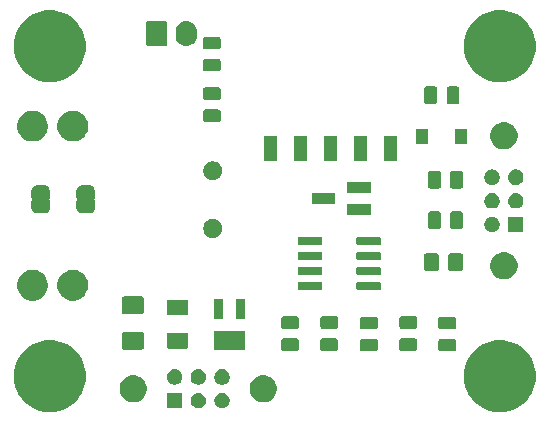
<source format=gbs>
G04 #@! TF.GenerationSoftware,KiCad,Pcbnew,(5.1.6)-1*
G04 #@! TF.CreationDate,2021-02-16T04:26:28-05:00*
G04 #@! TF.ProjectId,vent,76656e74-2e6b-4696-9361-645f70636258,rev?*
G04 #@! TF.SameCoordinates,Original*
G04 #@! TF.FileFunction,Soldermask,Bot*
G04 #@! TF.FilePolarity,Negative*
%FSLAX46Y46*%
G04 Gerber Fmt 4.6, Leading zero omitted, Abs format (unit mm)*
G04 Created by KiCad (PCBNEW (5.1.6)-1) date 2021-02-16 04:26:28*
%MOMM*%
%LPD*%
G01*
G04 APERTURE LIST*
%ADD10C,0.100000*%
G04 APERTURE END LIST*
D10*
G36*
X148209943Y-129146248D02*
G01*
X148765189Y-129376238D01*
X148765190Y-129376239D01*
X149264899Y-129710134D01*
X149689866Y-130135101D01*
X149689867Y-130135103D01*
X150023762Y-130634811D01*
X150253752Y-131190057D01*
X150371000Y-131779501D01*
X150371000Y-132380499D01*
X150253752Y-132969943D01*
X150023762Y-133525189D01*
X150004584Y-133553891D01*
X149689866Y-134024899D01*
X149264899Y-134449866D01*
X149013347Y-134617948D01*
X148765189Y-134783762D01*
X148209943Y-135013752D01*
X147620499Y-135131000D01*
X147019501Y-135131000D01*
X146430057Y-135013752D01*
X145874811Y-134783762D01*
X145626653Y-134617948D01*
X145375101Y-134449866D01*
X144950134Y-134024899D01*
X144635416Y-133553891D01*
X144616238Y-133525189D01*
X144386248Y-132969943D01*
X144269000Y-132380499D01*
X144269000Y-131779501D01*
X144386248Y-131190057D01*
X144616238Y-130634811D01*
X144950133Y-130135103D01*
X144950134Y-130135101D01*
X145375101Y-129710134D01*
X145874810Y-129376239D01*
X145874811Y-129376238D01*
X146430057Y-129146248D01*
X147019501Y-129029000D01*
X147620499Y-129029000D01*
X148209943Y-129146248D01*
G37*
G36*
X110109943Y-129146248D02*
G01*
X110665189Y-129376238D01*
X110665190Y-129376239D01*
X111164899Y-129710134D01*
X111589866Y-130135101D01*
X111589867Y-130135103D01*
X111923762Y-130634811D01*
X112153752Y-131190057D01*
X112271000Y-131779501D01*
X112271000Y-132380499D01*
X112153752Y-132969943D01*
X111923762Y-133525189D01*
X111904584Y-133553891D01*
X111589866Y-134024899D01*
X111164899Y-134449866D01*
X110913347Y-134617948D01*
X110665189Y-134783762D01*
X110109943Y-135013752D01*
X109520499Y-135131000D01*
X108919501Y-135131000D01*
X108330057Y-135013752D01*
X107774811Y-134783762D01*
X107526653Y-134617948D01*
X107275101Y-134449866D01*
X106850134Y-134024899D01*
X106535416Y-133553891D01*
X106516238Y-133525189D01*
X106286248Y-132969943D01*
X106169000Y-132380499D01*
X106169000Y-131779501D01*
X106286248Y-131190057D01*
X106516238Y-130634811D01*
X106850133Y-130135103D01*
X106850134Y-130135101D01*
X107275101Y-129710134D01*
X107774810Y-129376239D01*
X107774811Y-129376238D01*
X108330057Y-129146248D01*
X108919501Y-129029000D01*
X109520499Y-129029000D01*
X110109943Y-129146248D01*
G37*
G36*
X120450600Y-134781800D02*
G01*
X119148600Y-134781800D01*
X119148600Y-133479800D01*
X120450600Y-133479800D01*
X120450600Y-134781800D01*
G37*
G36*
X121989490Y-133504817D02*
G01*
X122107964Y-133553891D01*
X122214588Y-133625135D01*
X122305265Y-133715812D01*
X122376509Y-133822436D01*
X122425583Y-133940910D01*
X122450600Y-134066682D01*
X122450600Y-134194918D01*
X122425583Y-134320690D01*
X122376509Y-134439164D01*
X122305265Y-134545788D01*
X122214588Y-134636465D01*
X122107964Y-134707709D01*
X122107963Y-134707710D01*
X122107962Y-134707710D01*
X121989490Y-134756783D01*
X121863719Y-134781800D01*
X121735481Y-134781800D01*
X121609710Y-134756783D01*
X121491238Y-134707710D01*
X121491237Y-134707710D01*
X121491236Y-134707709D01*
X121384612Y-134636465D01*
X121293935Y-134545788D01*
X121222691Y-134439164D01*
X121173617Y-134320690D01*
X121148600Y-134194918D01*
X121148600Y-134066682D01*
X121173617Y-133940910D01*
X121222691Y-133822436D01*
X121293935Y-133715812D01*
X121384612Y-133625135D01*
X121491236Y-133553891D01*
X121609710Y-133504817D01*
X121735481Y-133479800D01*
X121863719Y-133479800D01*
X121989490Y-133504817D01*
G37*
G36*
X123989490Y-133504817D02*
G01*
X124107964Y-133553891D01*
X124214588Y-133625135D01*
X124305265Y-133715812D01*
X124376509Y-133822436D01*
X124425583Y-133940910D01*
X124450600Y-134066682D01*
X124450600Y-134194918D01*
X124425583Y-134320690D01*
X124376509Y-134439164D01*
X124305265Y-134545788D01*
X124214588Y-134636465D01*
X124107964Y-134707709D01*
X124107963Y-134707710D01*
X124107962Y-134707710D01*
X123989490Y-134756783D01*
X123863719Y-134781800D01*
X123735481Y-134781800D01*
X123609710Y-134756783D01*
X123491238Y-134707710D01*
X123491237Y-134707710D01*
X123491236Y-134707709D01*
X123384612Y-134636465D01*
X123293935Y-134545788D01*
X123222691Y-134439164D01*
X123173617Y-134320690D01*
X123148600Y-134194918D01*
X123148600Y-134066682D01*
X123173617Y-133940910D01*
X123222691Y-133822436D01*
X123293935Y-133715812D01*
X123384612Y-133625135D01*
X123491236Y-133553891D01*
X123609710Y-133504817D01*
X123735481Y-133479800D01*
X123863719Y-133479800D01*
X123989490Y-133504817D01*
G37*
G36*
X127524149Y-132001916D02*
G01*
X127635334Y-132024032D01*
X127844803Y-132110797D01*
X128033320Y-132236760D01*
X128193640Y-132397080D01*
X128319603Y-132585597D01*
X128406368Y-132795066D01*
X128450600Y-133017436D01*
X128450600Y-133244164D01*
X128406368Y-133466534D01*
X128319603Y-133676003D01*
X128193640Y-133864520D01*
X128033320Y-134024840D01*
X127844803Y-134150803D01*
X127635334Y-134237568D01*
X127524149Y-134259684D01*
X127412965Y-134281800D01*
X127186235Y-134281800D01*
X127075051Y-134259684D01*
X126963866Y-134237568D01*
X126754397Y-134150803D01*
X126565880Y-134024840D01*
X126405560Y-133864520D01*
X126279597Y-133676003D01*
X126192832Y-133466534D01*
X126148600Y-133244164D01*
X126148600Y-133017436D01*
X126192832Y-132795066D01*
X126279597Y-132585597D01*
X126405560Y-132397080D01*
X126565880Y-132236760D01*
X126754397Y-132110797D01*
X126963866Y-132024032D01*
X127075051Y-132001916D01*
X127186235Y-131979800D01*
X127412965Y-131979800D01*
X127524149Y-132001916D01*
G37*
G36*
X116524149Y-132001916D02*
G01*
X116635334Y-132024032D01*
X116844803Y-132110797D01*
X117033320Y-132236760D01*
X117193640Y-132397080D01*
X117319603Y-132585597D01*
X117406368Y-132795066D01*
X117450600Y-133017436D01*
X117450600Y-133244164D01*
X117406368Y-133466534D01*
X117319603Y-133676003D01*
X117193640Y-133864520D01*
X117033320Y-134024840D01*
X116844803Y-134150803D01*
X116635334Y-134237568D01*
X116524149Y-134259684D01*
X116412965Y-134281800D01*
X116186235Y-134281800D01*
X116075051Y-134259684D01*
X115963866Y-134237568D01*
X115754397Y-134150803D01*
X115565880Y-134024840D01*
X115405560Y-133864520D01*
X115279597Y-133676003D01*
X115192832Y-133466534D01*
X115148600Y-133244164D01*
X115148600Y-133017436D01*
X115192832Y-132795066D01*
X115279597Y-132585597D01*
X115405560Y-132397080D01*
X115565880Y-132236760D01*
X115754397Y-132110797D01*
X115963866Y-132024032D01*
X116075051Y-132001916D01*
X116186235Y-131979800D01*
X116412965Y-131979800D01*
X116524149Y-132001916D01*
G37*
G36*
X123989490Y-131504817D02*
G01*
X124107964Y-131553891D01*
X124214588Y-131625135D01*
X124305265Y-131715812D01*
X124376509Y-131822436D01*
X124425583Y-131940910D01*
X124450600Y-132066682D01*
X124450600Y-132194918D01*
X124425583Y-132320690D01*
X124376509Y-132439164D01*
X124305265Y-132545788D01*
X124214588Y-132636465D01*
X124107964Y-132707709D01*
X124107963Y-132707710D01*
X124107962Y-132707710D01*
X123989490Y-132756783D01*
X123863719Y-132781800D01*
X123735481Y-132781800D01*
X123609710Y-132756783D01*
X123491238Y-132707710D01*
X123491237Y-132707710D01*
X123491236Y-132707709D01*
X123384612Y-132636465D01*
X123293935Y-132545788D01*
X123222691Y-132439164D01*
X123173617Y-132320690D01*
X123148600Y-132194918D01*
X123148600Y-132066682D01*
X123173617Y-131940910D01*
X123222691Y-131822436D01*
X123293935Y-131715812D01*
X123384612Y-131625135D01*
X123491236Y-131553891D01*
X123609710Y-131504817D01*
X123735481Y-131479800D01*
X123863719Y-131479800D01*
X123989490Y-131504817D01*
G37*
G36*
X121989490Y-131504817D02*
G01*
X122107964Y-131553891D01*
X122214588Y-131625135D01*
X122305265Y-131715812D01*
X122376509Y-131822436D01*
X122425583Y-131940910D01*
X122450600Y-132066682D01*
X122450600Y-132194918D01*
X122425583Y-132320690D01*
X122376509Y-132439164D01*
X122305265Y-132545788D01*
X122214588Y-132636465D01*
X122107964Y-132707709D01*
X122107963Y-132707710D01*
X122107962Y-132707710D01*
X121989490Y-132756783D01*
X121863719Y-132781800D01*
X121735481Y-132781800D01*
X121609710Y-132756783D01*
X121491238Y-132707710D01*
X121491237Y-132707710D01*
X121491236Y-132707709D01*
X121384612Y-132636465D01*
X121293935Y-132545788D01*
X121222691Y-132439164D01*
X121173617Y-132320690D01*
X121148600Y-132194918D01*
X121148600Y-132066682D01*
X121173617Y-131940910D01*
X121222691Y-131822436D01*
X121293935Y-131715812D01*
X121384612Y-131625135D01*
X121491236Y-131553891D01*
X121609710Y-131504817D01*
X121735481Y-131479800D01*
X121863719Y-131479800D01*
X121989490Y-131504817D01*
G37*
G36*
X119989490Y-131504817D02*
G01*
X120107964Y-131553891D01*
X120214588Y-131625135D01*
X120305265Y-131715812D01*
X120376509Y-131822436D01*
X120425583Y-131940910D01*
X120450600Y-132066682D01*
X120450600Y-132194918D01*
X120425583Y-132320690D01*
X120376509Y-132439164D01*
X120305265Y-132545788D01*
X120214588Y-132636465D01*
X120107964Y-132707709D01*
X120107963Y-132707710D01*
X120107962Y-132707710D01*
X119989490Y-132756783D01*
X119863719Y-132781800D01*
X119735481Y-132781800D01*
X119609710Y-132756783D01*
X119491238Y-132707710D01*
X119491237Y-132707710D01*
X119491236Y-132707709D01*
X119384612Y-132636465D01*
X119293935Y-132545788D01*
X119222691Y-132439164D01*
X119173617Y-132320690D01*
X119148600Y-132194918D01*
X119148600Y-132066682D01*
X119173617Y-131940910D01*
X119222691Y-131822436D01*
X119293935Y-131715812D01*
X119384612Y-131625135D01*
X119491236Y-131553891D01*
X119609710Y-131504817D01*
X119735481Y-131479800D01*
X119863719Y-131479800D01*
X119989490Y-131504817D01*
G37*
G36*
X136830068Y-128902165D02*
G01*
X136868738Y-128913896D01*
X136904377Y-128932946D01*
X136935617Y-128958583D01*
X136961254Y-128989823D01*
X136980304Y-129025462D01*
X136992035Y-129064132D01*
X136996600Y-129110488D01*
X136996600Y-129761712D01*
X136992035Y-129808068D01*
X136980304Y-129846738D01*
X136961254Y-129882377D01*
X136935617Y-129913617D01*
X136904377Y-129939254D01*
X136868738Y-129958304D01*
X136830068Y-129970035D01*
X136783712Y-129974600D01*
X135707488Y-129974600D01*
X135661132Y-129970035D01*
X135622462Y-129958304D01*
X135586823Y-129939254D01*
X135555583Y-129913617D01*
X135529946Y-129882377D01*
X135510896Y-129846738D01*
X135499165Y-129808068D01*
X135494600Y-129761712D01*
X135494600Y-129110488D01*
X135499165Y-129064132D01*
X135510896Y-129025462D01*
X135529946Y-128989823D01*
X135555583Y-128958583D01*
X135586823Y-128932946D01*
X135622462Y-128913896D01*
X135661132Y-128902165D01*
X135707488Y-128897600D01*
X136783712Y-128897600D01*
X136830068Y-128902165D01*
G37*
G36*
X143459468Y-128899865D02*
G01*
X143498138Y-128911596D01*
X143533777Y-128930646D01*
X143565017Y-128956283D01*
X143590654Y-128987523D01*
X143609704Y-129023162D01*
X143621435Y-129061832D01*
X143626000Y-129108188D01*
X143626000Y-129759412D01*
X143621435Y-129805768D01*
X143609704Y-129844438D01*
X143590654Y-129880077D01*
X143565017Y-129911317D01*
X143533777Y-129936954D01*
X143498138Y-129956004D01*
X143459468Y-129967735D01*
X143413112Y-129972300D01*
X142336888Y-129972300D01*
X142290532Y-129967735D01*
X142251862Y-129956004D01*
X142216223Y-129936954D01*
X142184983Y-129911317D01*
X142159346Y-129880077D01*
X142140296Y-129844438D01*
X142128565Y-129805768D01*
X142124000Y-129759412D01*
X142124000Y-129108188D01*
X142128565Y-129061832D01*
X142140296Y-129023162D01*
X142159346Y-128987523D01*
X142184983Y-128956283D01*
X142216223Y-128930646D01*
X142251862Y-128911596D01*
X142290532Y-128899865D01*
X142336888Y-128895300D01*
X143413112Y-128895300D01*
X143459468Y-128899865D01*
G37*
G36*
X130149868Y-128879065D02*
G01*
X130188538Y-128890796D01*
X130224177Y-128909846D01*
X130255417Y-128935483D01*
X130281054Y-128966723D01*
X130300104Y-129002362D01*
X130311835Y-129041032D01*
X130316400Y-129087388D01*
X130316400Y-129738612D01*
X130311835Y-129784968D01*
X130300104Y-129823638D01*
X130281054Y-129859277D01*
X130255417Y-129890517D01*
X130224177Y-129916154D01*
X130188538Y-129935204D01*
X130149868Y-129946935D01*
X130103512Y-129951500D01*
X129027288Y-129951500D01*
X128980932Y-129946935D01*
X128942262Y-129935204D01*
X128906623Y-129916154D01*
X128875383Y-129890517D01*
X128849746Y-129859277D01*
X128830696Y-129823638D01*
X128818965Y-129784968D01*
X128814400Y-129738612D01*
X128814400Y-129087388D01*
X128818965Y-129041032D01*
X128830696Y-129002362D01*
X128849746Y-128966723D01*
X128875383Y-128935483D01*
X128906623Y-128909846D01*
X128942262Y-128890796D01*
X128980932Y-128879065D01*
X129027288Y-128874500D01*
X130103512Y-128874500D01*
X130149868Y-128879065D01*
G37*
G36*
X133477268Y-128879065D02*
G01*
X133515938Y-128890796D01*
X133551577Y-128909846D01*
X133582817Y-128935483D01*
X133608454Y-128966723D01*
X133627504Y-129002362D01*
X133639235Y-129041032D01*
X133643800Y-129087388D01*
X133643800Y-129738612D01*
X133639235Y-129784968D01*
X133627504Y-129823638D01*
X133608454Y-129859277D01*
X133582817Y-129890517D01*
X133551577Y-129916154D01*
X133515938Y-129935204D01*
X133477268Y-129946935D01*
X133430912Y-129951500D01*
X132354688Y-129951500D01*
X132308332Y-129946935D01*
X132269662Y-129935204D01*
X132234023Y-129916154D01*
X132202783Y-129890517D01*
X132177146Y-129859277D01*
X132158096Y-129823638D01*
X132146365Y-129784968D01*
X132141800Y-129738612D01*
X132141800Y-129087388D01*
X132146365Y-129041032D01*
X132158096Y-129002362D01*
X132177146Y-128966723D01*
X132202783Y-128935483D01*
X132234023Y-128909846D01*
X132269662Y-128890796D01*
X132308332Y-128879065D01*
X132354688Y-128874500D01*
X133430912Y-128874500D01*
X133477268Y-128879065D01*
G37*
G36*
X140157468Y-128876765D02*
G01*
X140196138Y-128888496D01*
X140231777Y-128907546D01*
X140263017Y-128933183D01*
X140288654Y-128964423D01*
X140307704Y-129000062D01*
X140319435Y-129038732D01*
X140324000Y-129085088D01*
X140324000Y-129736312D01*
X140319435Y-129782668D01*
X140307704Y-129821338D01*
X140288654Y-129856977D01*
X140263017Y-129888217D01*
X140231777Y-129913854D01*
X140196138Y-129932904D01*
X140157468Y-129944635D01*
X140111112Y-129949200D01*
X139034888Y-129949200D01*
X138988532Y-129944635D01*
X138949862Y-129932904D01*
X138914223Y-129913854D01*
X138882983Y-129888217D01*
X138857346Y-129856977D01*
X138838296Y-129821338D01*
X138826565Y-129782668D01*
X138822000Y-129736312D01*
X138822000Y-129085088D01*
X138826565Y-129038732D01*
X138838296Y-129000062D01*
X138857346Y-128964423D01*
X138882983Y-128933183D01*
X138914223Y-128907546D01*
X138949862Y-128888496D01*
X138988532Y-128876765D01*
X139034888Y-128872200D01*
X140111112Y-128872200D01*
X140157468Y-128876765D01*
G37*
G36*
X125775800Y-129888400D02*
G01*
X123123800Y-129888400D01*
X123123800Y-128226400D01*
X125775800Y-128226400D01*
X125775800Y-129888400D01*
G37*
G36*
X117031362Y-128298081D02*
G01*
X117066281Y-128308674D01*
X117098463Y-128325876D01*
X117126673Y-128349027D01*
X117149824Y-128377237D01*
X117167026Y-128409419D01*
X117177619Y-128444338D01*
X117181800Y-128486795D01*
X117181800Y-129628005D01*
X117177619Y-129670462D01*
X117167026Y-129705381D01*
X117149824Y-129737563D01*
X117126673Y-129765773D01*
X117098463Y-129788924D01*
X117066281Y-129806126D01*
X117031362Y-129816719D01*
X116988905Y-129820900D01*
X115522695Y-129820900D01*
X115480238Y-129816719D01*
X115445319Y-129806126D01*
X115413137Y-129788924D01*
X115384927Y-129765773D01*
X115361776Y-129737563D01*
X115344574Y-129705381D01*
X115333981Y-129670462D01*
X115329800Y-129628005D01*
X115329800Y-128486795D01*
X115333981Y-128444338D01*
X115344574Y-128409419D01*
X115361776Y-128377237D01*
X115384927Y-128349027D01*
X115413137Y-128325876D01*
X115445319Y-128308674D01*
X115480238Y-128298081D01*
X115522695Y-128293900D01*
X116988905Y-128293900D01*
X117031362Y-128298081D01*
G37*
G36*
X120809004Y-128385747D02*
G01*
X120845544Y-128396832D01*
X120879221Y-128414833D01*
X120908741Y-128439059D01*
X120932967Y-128468579D01*
X120950968Y-128502256D01*
X120962053Y-128538796D01*
X120966400Y-128582938D01*
X120966400Y-129531862D01*
X120962053Y-129576004D01*
X120950968Y-129612544D01*
X120932967Y-129646221D01*
X120908741Y-129675741D01*
X120879221Y-129699967D01*
X120845544Y-129717968D01*
X120809004Y-129729053D01*
X120764862Y-129733400D01*
X119315938Y-129733400D01*
X119271796Y-129729053D01*
X119235256Y-129717968D01*
X119201579Y-129699967D01*
X119172059Y-129675741D01*
X119147833Y-129646221D01*
X119129832Y-129612544D01*
X119118747Y-129576004D01*
X119114400Y-129531862D01*
X119114400Y-128582938D01*
X119118747Y-128538796D01*
X119129832Y-128502256D01*
X119147833Y-128468579D01*
X119172059Y-128439059D01*
X119201579Y-128414833D01*
X119235256Y-128396832D01*
X119271796Y-128385747D01*
X119315938Y-128381400D01*
X120764862Y-128381400D01*
X120809004Y-128385747D01*
G37*
G36*
X136830068Y-127027165D02*
G01*
X136868738Y-127038896D01*
X136904377Y-127057946D01*
X136935617Y-127083583D01*
X136961254Y-127114823D01*
X136980304Y-127150462D01*
X136992035Y-127189132D01*
X136996600Y-127235488D01*
X136996600Y-127886712D01*
X136992035Y-127933068D01*
X136980304Y-127971738D01*
X136961254Y-128007377D01*
X136935617Y-128038617D01*
X136904377Y-128064254D01*
X136868738Y-128083304D01*
X136830068Y-128095035D01*
X136783712Y-128099600D01*
X135707488Y-128099600D01*
X135661132Y-128095035D01*
X135622462Y-128083304D01*
X135586823Y-128064254D01*
X135555583Y-128038617D01*
X135529946Y-128007377D01*
X135510896Y-127971738D01*
X135499165Y-127933068D01*
X135494600Y-127886712D01*
X135494600Y-127235488D01*
X135499165Y-127189132D01*
X135510896Y-127150462D01*
X135529946Y-127114823D01*
X135555583Y-127083583D01*
X135586823Y-127057946D01*
X135622462Y-127038896D01*
X135661132Y-127027165D01*
X135707488Y-127022600D01*
X136783712Y-127022600D01*
X136830068Y-127027165D01*
G37*
G36*
X143459468Y-127024865D02*
G01*
X143498138Y-127036596D01*
X143533777Y-127055646D01*
X143565017Y-127081283D01*
X143590654Y-127112523D01*
X143609704Y-127148162D01*
X143621435Y-127186832D01*
X143626000Y-127233188D01*
X143626000Y-127884412D01*
X143621435Y-127930768D01*
X143609704Y-127969438D01*
X143590654Y-128005077D01*
X143565017Y-128036317D01*
X143533777Y-128061954D01*
X143498138Y-128081004D01*
X143459468Y-128092735D01*
X143413112Y-128097300D01*
X142336888Y-128097300D01*
X142290532Y-128092735D01*
X142251862Y-128081004D01*
X142216223Y-128061954D01*
X142184983Y-128036317D01*
X142159346Y-128005077D01*
X142140296Y-127969438D01*
X142128565Y-127930768D01*
X142124000Y-127884412D01*
X142124000Y-127233188D01*
X142128565Y-127186832D01*
X142140296Y-127148162D01*
X142159346Y-127112523D01*
X142184983Y-127081283D01*
X142216223Y-127055646D01*
X142251862Y-127036596D01*
X142290532Y-127024865D01*
X142336888Y-127020300D01*
X143413112Y-127020300D01*
X143459468Y-127024865D01*
G37*
G36*
X133477268Y-127004065D02*
G01*
X133515938Y-127015796D01*
X133551577Y-127034846D01*
X133582817Y-127060483D01*
X133608454Y-127091723D01*
X133627504Y-127127362D01*
X133639235Y-127166032D01*
X133643800Y-127212388D01*
X133643800Y-127863612D01*
X133639235Y-127909968D01*
X133627504Y-127948638D01*
X133608454Y-127984277D01*
X133582817Y-128015517D01*
X133551577Y-128041154D01*
X133515938Y-128060204D01*
X133477268Y-128071935D01*
X133430912Y-128076500D01*
X132354688Y-128076500D01*
X132308332Y-128071935D01*
X132269662Y-128060204D01*
X132234023Y-128041154D01*
X132202783Y-128015517D01*
X132177146Y-127984277D01*
X132158096Y-127948638D01*
X132146365Y-127909968D01*
X132141800Y-127863612D01*
X132141800Y-127212388D01*
X132146365Y-127166032D01*
X132158096Y-127127362D01*
X132177146Y-127091723D01*
X132202783Y-127060483D01*
X132234023Y-127034846D01*
X132269662Y-127015796D01*
X132308332Y-127004065D01*
X132354688Y-126999500D01*
X133430912Y-126999500D01*
X133477268Y-127004065D01*
G37*
G36*
X130149868Y-127004065D02*
G01*
X130188538Y-127015796D01*
X130224177Y-127034846D01*
X130255417Y-127060483D01*
X130281054Y-127091723D01*
X130300104Y-127127362D01*
X130311835Y-127166032D01*
X130316400Y-127212388D01*
X130316400Y-127863612D01*
X130311835Y-127909968D01*
X130300104Y-127948638D01*
X130281054Y-127984277D01*
X130255417Y-128015517D01*
X130224177Y-128041154D01*
X130188538Y-128060204D01*
X130149868Y-128071935D01*
X130103512Y-128076500D01*
X129027288Y-128076500D01*
X128980932Y-128071935D01*
X128942262Y-128060204D01*
X128906623Y-128041154D01*
X128875383Y-128015517D01*
X128849746Y-127984277D01*
X128830696Y-127948638D01*
X128818965Y-127909968D01*
X128814400Y-127863612D01*
X128814400Y-127212388D01*
X128818965Y-127166032D01*
X128830696Y-127127362D01*
X128849746Y-127091723D01*
X128875383Y-127060483D01*
X128906623Y-127034846D01*
X128942262Y-127015796D01*
X128980932Y-127004065D01*
X129027288Y-126999500D01*
X130103512Y-126999500D01*
X130149868Y-127004065D01*
G37*
G36*
X140157468Y-127001765D02*
G01*
X140196138Y-127013496D01*
X140231777Y-127032546D01*
X140263017Y-127058183D01*
X140288654Y-127089423D01*
X140307704Y-127125062D01*
X140319435Y-127163732D01*
X140324000Y-127210088D01*
X140324000Y-127861312D01*
X140319435Y-127907668D01*
X140307704Y-127946338D01*
X140288654Y-127981977D01*
X140263017Y-128013217D01*
X140231777Y-128038854D01*
X140196138Y-128057904D01*
X140157468Y-128069635D01*
X140111112Y-128074200D01*
X139034888Y-128074200D01*
X138988532Y-128069635D01*
X138949862Y-128057904D01*
X138914223Y-128038854D01*
X138882983Y-128013217D01*
X138857346Y-127981977D01*
X138838296Y-127946338D01*
X138826565Y-127907668D01*
X138822000Y-127861312D01*
X138822000Y-127210088D01*
X138826565Y-127163732D01*
X138838296Y-127125062D01*
X138857346Y-127089423D01*
X138882983Y-127058183D01*
X138914223Y-127032546D01*
X138949862Y-127013496D01*
X138988532Y-127001765D01*
X139034888Y-126997200D01*
X140111112Y-126997200D01*
X140157468Y-127001765D01*
G37*
G36*
X125775800Y-127188400D02*
G01*
X125023800Y-127188400D01*
X125023800Y-125526400D01*
X125775800Y-125526400D01*
X125775800Y-127188400D01*
G37*
G36*
X123875800Y-127188400D02*
G01*
X123123800Y-127188400D01*
X123123800Y-125526400D01*
X123875800Y-125526400D01*
X123875800Y-127188400D01*
G37*
G36*
X120809004Y-125585747D02*
G01*
X120845544Y-125596832D01*
X120879221Y-125614833D01*
X120908741Y-125639059D01*
X120932967Y-125668579D01*
X120950968Y-125702256D01*
X120962053Y-125738796D01*
X120966400Y-125782938D01*
X120966400Y-126731862D01*
X120962053Y-126776004D01*
X120950968Y-126812544D01*
X120932967Y-126846221D01*
X120908741Y-126875741D01*
X120879221Y-126899967D01*
X120845544Y-126917968D01*
X120809004Y-126929053D01*
X120764862Y-126933400D01*
X119315938Y-126933400D01*
X119271796Y-126929053D01*
X119235256Y-126917968D01*
X119201579Y-126899967D01*
X119172059Y-126875741D01*
X119147833Y-126846221D01*
X119129832Y-126812544D01*
X119118747Y-126776004D01*
X119114400Y-126731862D01*
X119114400Y-125782938D01*
X119118747Y-125738796D01*
X119129832Y-125702256D01*
X119147833Y-125668579D01*
X119172059Y-125639059D01*
X119201579Y-125614833D01*
X119235256Y-125596832D01*
X119271796Y-125585747D01*
X119315938Y-125581400D01*
X120764862Y-125581400D01*
X120809004Y-125585747D01*
G37*
G36*
X117031362Y-125323081D02*
G01*
X117066281Y-125333674D01*
X117098463Y-125350876D01*
X117126673Y-125374027D01*
X117149824Y-125402237D01*
X117167026Y-125434419D01*
X117177619Y-125469338D01*
X117181800Y-125511795D01*
X117181800Y-126653005D01*
X117177619Y-126695462D01*
X117167026Y-126730381D01*
X117149824Y-126762563D01*
X117126673Y-126790773D01*
X117098463Y-126813924D01*
X117066281Y-126831126D01*
X117031362Y-126841719D01*
X116988905Y-126845900D01*
X115522695Y-126845900D01*
X115480238Y-126841719D01*
X115445319Y-126831126D01*
X115413137Y-126813924D01*
X115384927Y-126790773D01*
X115361776Y-126762563D01*
X115344574Y-126730381D01*
X115333981Y-126695462D01*
X115329800Y-126653005D01*
X115329800Y-125511795D01*
X115333981Y-125469338D01*
X115344574Y-125434419D01*
X115361776Y-125402237D01*
X115384927Y-125374027D01*
X115413137Y-125350876D01*
X115445319Y-125333674D01*
X115480238Y-125323081D01*
X115522695Y-125318900D01*
X116988905Y-125318900D01*
X117031362Y-125323081D01*
G37*
G36*
X111555287Y-123115396D02*
G01*
X111792053Y-123213468D01*
X111792055Y-123213469D01*
X112005139Y-123355847D01*
X112186353Y-123537061D01*
X112322623Y-123741003D01*
X112328732Y-123750147D01*
X112426804Y-123986913D01*
X112476800Y-124238261D01*
X112476800Y-124494539D01*
X112426804Y-124745887D01*
X112411499Y-124782836D01*
X112328731Y-124982655D01*
X112186353Y-125195739D01*
X112005139Y-125376953D01*
X111792055Y-125519331D01*
X111792054Y-125519332D01*
X111792053Y-125519332D01*
X111555287Y-125617404D01*
X111303939Y-125667400D01*
X111047661Y-125667400D01*
X110796313Y-125617404D01*
X110559547Y-125519332D01*
X110559546Y-125519332D01*
X110559545Y-125519331D01*
X110346461Y-125376953D01*
X110165247Y-125195739D01*
X110022869Y-124982655D01*
X109940101Y-124782836D01*
X109924796Y-124745887D01*
X109874800Y-124494539D01*
X109874800Y-124238261D01*
X109924796Y-123986913D01*
X110022868Y-123750147D01*
X110028978Y-123741003D01*
X110165247Y-123537061D01*
X110346461Y-123355847D01*
X110559545Y-123213469D01*
X110559547Y-123213468D01*
X110796313Y-123115396D01*
X111047661Y-123065400D01*
X111303939Y-123065400D01*
X111555287Y-123115396D01*
G37*
G36*
X108155287Y-123115396D02*
G01*
X108392053Y-123213468D01*
X108392055Y-123213469D01*
X108605139Y-123355847D01*
X108786353Y-123537061D01*
X108922623Y-123741003D01*
X108928732Y-123750147D01*
X109026804Y-123986913D01*
X109076800Y-124238261D01*
X109076800Y-124494539D01*
X109026804Y-124745887D01*
X109011499Y-124782836D01*
X108928731Y-124982655D01*
X108786353Y-125195739D01*
X108605139Y-125376953D01*
X108392055Y-125519331D01*
X108392054Y-125519332D01*
X108392053Y-125519332D01*
X108155287Y-125617404D01*
X107903939Y-125667400D01*
X107647661Y-125667400D01*
X107396313Y-125617404D01*
X107159547Y-125519332D01*
X107159546Y-125519332D01*
X107159545Y-125519331D01*
X106946461Y-125376953D01*
X106765247Y-125195739D01*
X106622869Y-124982655D01*
X106540101Y-124782836D01*
X106524796Y-124745887D01*
X106474800Y-124494539D01*
X106474800Y-124238261D01*
X106524796Y-123986913D01*
X106622868Y-123750147D01*
X106628978Y-123741003D01*
X106765247Y-123537061D01*
X106946461Y-123355847D01*
X107159545Y-123213469D01*
X107159547Y-123213468D01*
X107396313Y-123115396D01*
X107647661Y-123065400D01*
X107903939Y-123065400D01*
X108155287Y-123115396D01*
G37*
G36*
X137152128Y-124086364D02*
G01*
X137173209Y-124092760D01*
X137192645Y-124103148D01*
X137209676Y-124117124D01*
X137223652Y-124134155D01*
X137234040Y-124153591D01*
X137240436Y-124174672D01*
X137243200Y-124202740D01*
X137243200Y-124666460D01*
X137240436Y-124694528D01*
X137234040Y-124715609D01*
X137223652Y-124735045D01*
X137209676Y-124752076D01*
X137192645Y-124766052D01*
X137173209Y-124776440D01*
X137152128Y-124782836D01*
X137124060Y-124785600D01*
X135310340Y-124785600D01*
X135282272Y-124782836D01*
X135261191Y-124776440D01*
X135241755Y-124766052D01*
X135224724Y-124752076D01*
X135210748Y-124735045D01*
X135200360Y-124715609D01*
X135193964Y-124694528D01*
X135191200Y-124666460D01*
X135191200Y-124202740D01*
X135193964Y-124174672D01*
X135200360Y-124153591D01*
X135210748Y-124134155D01*
X135224724Y-124117124D01*
X135241755Y-124103148D01*
X135261191Y-124092760D01*
X135282272Y-124086364D01*
X135310340Y-124083600D01*
X137124060Y-124083600D01*
X137152128Y-124086364D01*
G37*
G36*
X132202128Y-124086364D02*
G01*
X132223209Y-124092760D01*
X132242645Y-124103148D01*
X132259676Y-124117124D01*
X132273652Y-124134155D01*
X132284040Y-124153591D01*
X132290436Y-124174672D01*
X132293200Y-124202740D01*
X132293200Y-124666460D01*
X132290436Y-124694528D01*
X132284040Y-124715609D01*
X132273652Y-124735045D01*
X132259676Y-124752076D01*
X132242645Y-124766052D01*
X132223209Y-124776440D01*
X132202128Y-124782836D01*
X132174060Y-124785600D01*
X130360340Y-124785600D01*
X130332272Y-124782836D01*
X130311191Y-124776440D01*
X130291755Y-124766052D01*
X130274724Y-124752076D01*
X130260748Y-124735045D01*
X130250360Y-124715609D01*
X130243964Y-124694528D01*
X130241200Y-124666460D01*
X130241200Y-124202740D01*
X130243964Y-124174672D01*
X130250360Y-124153591D01*
X130260748Y-124134155D01*
X130274724Y-124117124D01*
X130291755Y-124103148D01*
X130311191Y-124092760D01*
X130332272Y-124086364D01*
X130360340Y-124083600D01*
X132174060Y-124083600D01*
X132202128Y-124086364D01*
G37*
G36*
X147900149Y-121592116D02*
G01*
X148011334Y-121614232D01*
X148220803Y-121700997D01*
X148409320Y-121826960D01*
X148569640Y-121987280D01*
X148695603Y-122175797D01*
X148782368Y-122385266D01*
X148826600Y-122607636D01*
X148826600Y-122834364D01*
X148782368Y-123056734D01*
X148695603Y-123266203D01*
X148569640Y-123454720D01*
X148409320Y-123615040D01*
X148220803Y-123741003D01*
X148220802Y-123741004D01*
X148220801Y-123741004D01*
X148159450Y-123766416D01*
X148011334Y-123827768D01*
X147900149Y-123849884D01*
X147788965Y-123872000D01*
X147562235Y-123872000D01*
X147451051Y-123849884D01*
X147339866Y-123827768D01*
X147191750Y-123766416D01*
X147130399Y-123741004D01*
X147130398Y-123741004D01*
X147130397Y-123741003D01*
X146941880Y-123615040D01*
X146781560Y-123454720D01*
X146655597Y-123266203D01*
X146568832Y-123056734D01*
X146524600Y-122834364D01*
X146524600Y-122607636D01*
X146568832Y-122385266D01*
X146655597Y-122175797D01*
X146781560Y-121987280D01*
X146941880Y-121826960D01*
X147130397Y-121700997D01*
X147339866Y-121614232D01*
X147451051Y-121592116D01*
X147562235Y-121570000D01*
X147788965Y-121570000D01*
X147900149Y-121592116D01*
G37*
G36*
X137152128Y-122816364D02*
G01*
X137173209Y-122822760D01*
X137192645Y-122833148D01*
X137209676Y-122847124D01*
X137223652Y-122864155D01*
X137234040Y-122883591D01*
X137240436Y-122904672D01*
X137243200Y-122932740D01*
X137243200Y-123396460D01*
X137240436Y-123424528D01*
X137234040Y-123445609D01*
X137223652Y-123465045D01*
X137209676Y-123482076D01*
X137192645Y-123496052D01*
X137173209Y-123506440D01*
X137152128Y-123512836D01*
X137124060Y-123515600D01*
X135310340Y-123515600D01*
X135282272Y-123512836D01*
X135261191Y-123506440D01*
X135241755Y-123496052D01*
X135224724Y-123482076D01*
X135210748Y-123465045D01*
X135200360Y-123445609D01*
X135193964Y-123424528D01*
X135191200Y-123396460D01*
X135191200Y-122932740D01*
X135193964Y-122904672D01*
X135200360Y-122883591D01*
X135210748Y-122864155D01*
X135224724Y-122847124D01*
X135241755Y-122833148D01*
X135261191Y-122822760D01*
X135282272Y-122816364D01*
X135310340Y-122813600D01*
X137124060Y-122813600D01*
X137152128Y-122816364D01*
G37*
G36*
X132202128Y-122816364D02*
G01*
X132223209Y-122822760D01*
X132242645Y-122833148D01*
X132259676Y-122847124D01*
X132273652Y-122864155D01*
X132284040Y-122883591D01*
X132290436Y-122904672D01*
X132293200Y-122932740D01*
X132293200Y-123396460D01*
X132290436Y-123424528D01*
X132284040Y-123445609D01*
X132273652Y-123465045D01*
X132259676Y-123482076D01*
X132242645Y-123496052D01*
X132223209Y-123506440D01*
X132202128Y-123512836D01*
X132174060Y-123515600D01*
X130360340Y-123515600D01*
X130332272Y-123512836D01*
X130311191Y-123506440D01*
X130291755Y-123496052D01*
X130274724Y-123482076D01*
X130260748Y-123465045D01*
X130250360Y-123445609D01*
X130243964Y-123424528D01*
X130241200Y-123396460D01*
X130241200Y-122932740D01*
X130243964Y-122904672D01*
X130250360Y-122883591D01*
X130260748Y-122864155D01*
X130274724Y-122847124D01*
X130291755Y-122833148D01*
X130311191Y-122822760D01*
X130332272Y-122816364D01*
X130360340Y-122813600D01*
X132174060Y-122813600D01*
X132202128Y-122816364D01*
G37*
G36*
X141999874Y-121681465D02*
G01*
X142037567Y-121692899D01*
X142072303Y-121711466D01*
X142102748Y-121736452D01*
X142127734Y-121766897D01*
X142146301Y-121801633D01*
X142157735Y-121839326D01*
X142162200Y-121884661D01*
X142162200Y-122971339D01*
X142157735Y-123016674D01*
X142146301Y-123054367D01*
X142127734Y-123089103D01*
X142102748Y-123119548D01*
X142072303Y-123144534D01*
X142037567Y-123163101D01*
X141999874Y-123174535D01*
X141954539Y-123179000D01*
X141117861Y-123179000D01*
X141072526Y-123174535D01*
X141034833Y-123163101D01*
X141000097Y-123144534D01*
X140969652Y-123119548D01*
X140944666Y-123089103D01*
X140926099Y-123054367D01*
X140914665Y-123016674D01*
X140910200Y-122971339D01*
X140910200Y-121884661D01*
X140914665Y-121839326D01*
X140926099Y-121801633D01*
X140944666Y-121766897D01*
X140969652Y-121736452D01*
X141000097Y-121711466D01*
X141034833Y-121692899D01*
X141072526Y-121681465D01*
X141117861Y-121677000D01*
X141954539Y-121677000D01*
X141999874Y-121681465D01*
G37*
G36*
X144049874Y-121681465D02*
G01*
X144087567Y-121692899D01*
X144122303Y-121711466D01*
X144152748Y-121736452D01*
X144177734Y-121766897D01*
X144196301Y-121801633D01*
X144207735Y-121839326D01*
X144212200Y-121884661D01*
X144212200Y-122971339D01*
X144207735Y-123016674D01*
X144196301Y-123054367D01*
X144177734Y-123089103D01*
X144152748Y-123119548D01*
X144122303Y-123144534D01*
X144087567Y-123163101D01*
X144049874Y-123174535D01*
X144004539Y-123179000D01*
X143167861Y-123179000D01*
X143122526Y-123174535D01*
X143084833Y-123163101D01*
X143050097Y-123144534D01*
X143019652Y-123119548D01*
X142994666Y-123089103D01*
X142976099Y-123054367D01*
X142964665Y-123016674D01*
X142960200Y-122971339D01*
X142960200Y-121884661D01*
X142964665Y-121839326D01*
X142976099Y-121801633D01*
X142994666Y-121766897D01*
X143019652Y-121736452D01*
X143050097Y-121711466D01*
X143084833Y-121692899D01*
X143122526Y-121681465D01*
X143167861Y-121677000D01*
X144004539Y-121677000D01*
X144049874Y-121681465D01*
G37*
G36*
X137152128Y-121546364D02*
G01*
X137173209Y-121552760D01*
X137192645Y-121563148D01*
X137209676Y-121577124D01*
X137223652Y-121594155D01*
X137234040Y-121613591D01*
X137240436Y-121634672D01*
X137243200Y-121662740D01*
X137243200Y-122126460D01*
X137240436Y-122154528D01*
X137234040Y-122175609D01*
X137223652Y-122195045D01*
X137209676Y-122212076D01*
X137192645Y-122226052D01*
X137173209Y-122236440D01*
X137152128Y-122242836D01*
X137124060Y-122245600D01*
X135310340Y-122245600D01*
X135282272Y-122242836D01*
X135261191Y-122236440D01*
X135241755Y-122226052D01*
X135224724Y-122212076D01*
X135210748Y-122195045D01*
X135200360Y-122175609D01*
X135193964Y-122154528D01*
X135191200Y-122126460D01*
X135191200Y-121662740D01*
X135193964Y-121634672D01*
X135200360Y-121613591D01*
X135210748Y-121594155D01*
X135224724Y-121577124D01*
X135241755Y-121563148D01*
X135261191Y-121552760D01*
X135282272Y-121546364D01*
X135310340Y-121543600D01*
X137124060Y-121543600D01*
X137152128Y-121546364D01*
G37*
G36*
X132202128Y-121546364D02*
G01*
X132223209Y-121552760D01*
X132242645Y-121563148D01*
X132259676Y-121577124D01*
X132273652Y-121594155D01*
X132284040Y-121613591D01*
X132290436Y-121634672D01*
X132293200Y-121662740D01*
X132293200Y-122126460D01*
X132290436Y-122154528D01*
X132284040Y-122175609D01*
X132273652Y-122195045D01*
X132259676Y-122212076D01*
X132242645Y-122226052D01*
X132223209Y-122236440D01*
X132202128Y-122242836D01*
X132174060Y-122245600D01*
X130360340Y-122245600D01*
X130332272Y-122242836D01*
X130311191Y-122236440D01*
X130291755Y-122226052D01*
X130274724Y-122212076D01*
X130260748Y-122195045D01*
X130250360Y-122175609D01*
X130243964Y-122154528D01*
X130241200Y-122126460D01*
X130241200Y-121662740D01*
X130243964Y-121634672D01*
X130250360Y-121613591D01*
X130260748Y-121594155D01*
X130274724Y-121577124D01*
X130291755Y-121563148D01*
X130311191Y-121552760D01*
X130332272Y-121546364D01*
X130360340Y-121543600D01*
X132174060Y-121543600D01*
X132202128Y-121546364D01*
G37*
G36*
X132202128Y-120276364D02*
G01*
X132223209Y-120282760D01*
X132242645Y-120293148D01*
X132259676Y-120307124D01*
X132273652Y-120324155D01*
X132284040Y-120343591D01*
X132290436Y-120364672D01*
X132293200Y-120392740D01*
X132293200Y-120856460D01*
X132290436Y-120884528D01*
X132284040Y-120905609D01*
X132273652Y-120925045D01*
X132259676Y-120942076D01*
X132242645Y-120956052D01*
X132223209Y-120966440D01*
X132202128Y-120972836D01*
X132174060Y-120975600D01*
X130360340Y-120975600D01*
X130332272Y-120972836D01*
X130311191Y-120966440D01*
X130291755Y-120956052D01*
X130274724Y-120942076D01*
X130260748Y-120925045D01*
X130250360Y-120905609D01*
X130243964Y-120884528D01*
X130241200Y-120856460D01*
X130241200Y-120392740D01*
X130243964Y-120364672D01*
X130250360Y-120343591D01*
X130260748Y-120324155D01*
X130274724Y-120307124D01*
X130291755Y-120293148D01*
X130311191Y-120282760D01*
X130332272Y-120276364D01*
X130360340Y-120273600D01*
X132174060Y-120273600D01*
X132202128Y-120276364D01*
G37*
G36*
X137152128Y-120276364D02*
G01*
X137173209Y-120282760D01*
X137192645Y-120293148D01*
X137209676Y-120307124D01*
X137223652Y-120324155D01*
X137234040Y-120343591D01*
X137240436Y-120364672D01*
X137243200Y-120392740D01*
X137243200Y-120856460D01*
X137240436Y-120884528D01*
X137234040Y-120905609D01*
X137223652Y-120925045D01*
X137209676Y-120942076D01*
X137192645Y-120956052D01*
X137173209Y-120966440D01*
X137152128Y-120972836D01*
X137124060Y-120975600D01*
X135310340Y-120975600D01*
X135282272Y-120972836D01*
X135261191Y-120966440D01*
X135241755Y-120956052D01*
X135224724Y-120942076D01*
X135210748Y-120925045D01*
X135200360Y-120905609D01*
X135193964Y-120884528D01*
X135191200Y-120856460D01*
X135191200Y-120392740D01*
X135193964Y-120364672D01*
X135200360Y-120343591D01*
X135210748Y-120324155D01*
X135224724Y-120307124D01*
X135241755Y-120293148D01*
X135261191Y-120282760D01*
X135282272Y-120276364D01*
X135310340Y-120273600D01*
X137124060Y-120273600D01*
X137152128Y-120276364D01*
G37*
G36*
X123245842Y-118790781D02*
G01*
X123391614Y-118851162D01*
X123391616Y-118851163D01*
X123522808Y-118938822D01*
X123634378Y-119050392D01*
X123722037Y-119181584D01*
X123722038Y-119181586D01*
X123782419Y-119327358D01*
X123813200Y-119482107D01*
X123813200Y-119639893D01*
X123782419Y-119794642D01*
X123750376Y-119872000D01*
X123722037Y-119940416D01*
X123634378Y-120071608D01*
X123522808Y-120183178D01*
X123391616Y-120270837D01*
X123391615Y-120270838D01*
X123391614Y-120270838D01*
X123245842Y-120331219D01*
X123091093Y-120362000D01*
X122933307Y-120362000D01*
X122778558Y-120331219D01*
X122632786Y-120270838D01*
X122632785Y-120270838D01*
X122632784Y-120270837D01*
X122501592Y-120183178D01*
X122390022Y-120071608D01*
X122302363Y-119940416D01*
X122274024Y-119872000D01*
X122241981Y-119794642D01*
X122211200Y-119639893D01*
X122211200Y-119482107D01*
X122241981Y-119327358D01*
X122302362Y-119181586D01*
X122302363Y-119181584D01*
X122390022Y-119050392D01*
X122501592Y-118938822D01*
X122632784Y-118851163D01*
X122632786Y-118851162D01*
X122778558Y-118790781D01*
X122933307Y-118760000D01*
X123091093Y-118760000D01*
X123245842Y-118790781D01*
G37*
G36*
X146865490Y-118595017D02*
G01*
X146983964Y-118644091D01*
X147090588Y-118715335D01*
X147181265Y-118806012D01*
X147252509Y-118912636D01*
X147301583Y-119031110D01*
X147326600Y-119156882D01*
X147326600Y-119285118D01*
X147301583Y-119410890D01*
X147252509Y-119529364D01*
X147181265Y-119635988D01*
X147090588Y-119726665D01*
X146983964Y-119797909D01*
X146983963Y-119797910D01*
X146983962Y-119797910D01*
X146865490Y-119846983D01*
X146739719Y-119872000D01*
X146611481Y-119872000D01*
X146485710Y-119846983D01*
X146367238Y-119797910D01*
X146367237Y-119797910D01*
X146367236Y-119797909D01*
X146260612Y-119726665D01*
X146169935Y-119635988D01*
X146098691Y-119529364D01*
X146049617Y-119410890D01*
X146024600Y-119285118D01*
X146024600Y-119156882D01*
X146049617Y-119031110D01*
X146098691Y-118912636D01*
X146169935Y-118806012D01*
X146260612Y-118715335D01*
X146367236Y-118644091D01*
X146485710Y-118595017D01*
X146611481Y-118570000D01*
X146739719Y-118570000D01*
X146865490Y-118595017D01*
G37*
G36*
X149326600Y-119872000D02*
G01*
X148024600Y-119872000D01*
X148024600Y-118570000D01*
X149326600Y-118570000D01*
X149326600Y-119872000D01*
G37*
G36*
X142159368Y-118125565D02*
G01*
X142198038Y-118137296D01*
X142233677Y-118156346D01*
X142264917Y-118181983D01*
X142290554Y-118213223D01*
X142309604Y-118248862D01*
X142321335Y-118287532D01*
X142325900Y-118333888D01*
X142325900Y-119410112D01*
X142321335Y-119456468D01*
X142309604Y-119495138D01*
X142290554Y-119530777D01*
X142264917Y-119562017D01*
X142233677Y-119587654D01*
X142198038Y-119606704D01*
X142159368Y-119618435D01*
X142113012Y-119623000D01*
X141461788Y-119623000D01*
X141415432Y-119618435D01*
X141376762Y-119606704D01*
X141341123Y-119587654D01*
X141309883Y-119562017D01*
X141284246Y-119530777D01*
X141265196Y-119495138D01*
X141253465Y-119456468D01*
X141248900Y-119410112D01*
X141248900Y-118333888D01*
X141253465Y-118287532D01*
X141265196Y-118248862D01*
X141284246Y-118213223D01*
X141309883Y-118181983D01*
X141341123Y-118156346D01*
X141376762Y-118137296D01*
X141415432Y-118125565D01*
X141461788Y-118121000D01*
X142113012Y-118121000D01*
X142159368Y-118125565D01*
G37*
G36*
X144034368Y-118125565D02*
G01*
X144073038Y-118137296D01*
X144108677Y-118156346D01*
X144139917Y-118181983D01*
X144165554Y-118213223D01*
X144184604Y-118248862D01*
X144196335Y-118287532D01*
X144200900Y-118333888D01*
X144200900Y-119410112D01*
X144196335Y-119456468D01*
X144184604Y-119495138D01*
X144165554Y-119530777D01*
X144139917Y-119562017D01*
X144108677Y-119587654D01*
X144073038Y-119606704D01*
X144034368Y-119618435D01*
X143988012Y-119623000D01*
X143336788Y-119623000D01*
X143290432Y-119618435D01*
X143251762Y-119606704D01*
X143216123Y-119587654D01*
X143184883Y-119562017D01*
X143159246Y-119530777D01*
X143140196Y-119495138D01*
X143128465Y-119456468D01*
X143123900Y-119410112D01*
X143123900Y-118333888D01*
X143128465Y-118287532D01*
X143140196Y-118248862D01*
X143159246Y-118213223D01*
X143184883Y-118181983D01*
X143216123Y-118156346D01*
X143251762Y-118137296D01*
X143290432Y-118125565D01*
X143336788Y-118121000D01*
X143988012Y-118121000D01*
X144034368Y-118125565D01*
G37*
G36*
X136408400Y-118434000D02*
G01*
X134406400Y-118434000D01*
X134406400Y-117532000D01*
X136408400Y-117532000D01*
X136408400Y-118434000D01*
G37*
G36*
X108720199Y-115893954D02*
G01*
X108732450Y-115894556D01*
X108750869Y-115894556D01*
X108773149Y-115896750D01*
X108857233Y-115913476D01*
X108878660Y-115919976D01*
X108957858Y-115952780D01*
X108963303Y-115955691D01*
X108963309Y-115955693D01*
X108972169Y-115960429D01*
X108972173Y-115960432D01*
X108977614Y-115963340D01*
X109048899Y-116010971D01*
X109066204Y-116025172D01*
X109126828Y-116085796D01*
X109141029Y-116103101D01*
X109188660Y-116174386D01*
X109191568Y-116179827D01*
X109191571Y-116179831D01*
X109196307Y-116188691D01*
X109196309Y-116188697D01*
X109199220Y-116194142D01*
X109232024Y-116273340D01*
X109238524Y-116294767D01*
X109255250Y-116378851D01*
X109257444Y-116401131D01*
X109257444Y-116419550D01*
X109258046Y-116431801D01*
X109259852Y-116450139D01*
X109259852Y-116937860D01*
X109258263Y-116953999D01*
X109255348Y-116963608D01*
X109250610Y-116972472D01*
X109244237Y-116980237D01*
X109231794Y-116990448D01*
X109221425Y-116997378D01*
X109204098Y-117014705D01*
X109190485Y-117035080D01*
X109181109Y-117057720D01*
X109176329Y-117081753D01*
X109176330Y-117106257D01*
X109181112Y-117130290D01*
X109190490Y-117152929D01*
X109204105Y-117173302D01*
X109221432Y-117190629D01*
X109231802Y-117197558D01*
X109244237Y-117207763D01*
X109250610Y-117215528D01*
X109255348Y-117224392D01*
X109258263Y-117234001D01*
X109259852Y-117250140D01*
X109259852Y-117737862D01*
X109258046Y-117756199D01*
X109257444Y-117768450D01*
X109257444Y-117786869D01*
X109255250Y-117809149D01*
X109238524Y-117893233D01*
X109232024Y-117914660D01*
X109199220Y-117993858D01*
X109196309Y-117999303D01*
X109196307Y-117999309D01*
X109191571Y-118008169D01*
X109191568Y-118008173D01*
X109188660Y-118013614D01*
X109141029Y-118084899D01*
X109126828Y-118102204D01*
X109066204Y-118162828D01*
X109048899Y-118177029D01*
X108977614Y-118224660D01*
X108972173Y-118227568D01*
X108972169Y-118227571D01*
X108963309Y-118232307D01*
X108963303Y-118232309D01*
X108957858Y-118235220D01*
X108878660Y-118268024D01*
X108857233Y-118274524D01*
X108773149Y-118291250D01*
X108750869Y-118293444D01*
X108732450Y-118293444D01*
X108720199Y-118294046D01*
X108701862Y-118295852D01*
X108214138Y-118295852D01*
X108195801Y-118294046D01*
X108183550Y-118293444D01*
X108165131Y-118293444D01*
X108142851Y-118291250D01*
X108058767Y-118274524D01*
X108037340Y-118268024D01*
X107958142Y-118235220D01*
X107952697Y-118232309D01*
X107952691Y-118232307D01*
X107943831Y-118227571D01*
X107943827Y-118227568D01*
X107938386Y-118224660D01*
X107867101Y-118177029D01*
X107849796Y-118162828D01*
X107789172Y-118102204D01*
X107774971Y-118084899D01*
X107727340Y-118013614D01*
X107724432Y-118008173D01*
X107724429Y-118008169D01*
X107719693Y-117999309D01*
X107719691Y-117999303D01*
X107716780Y-117993858D01*
X107683976Y-117914660D01*
X107677476Y-117893233D01*
X107660750Y-117809149D01*
X107658556Y-117786869D01*
X107658556Y-117768450D01*
X107657954Y-117756199D01*
X107656148Y-117737862D01*
X107656148Y-117250140D01*
X107657737Y-117234001D01*
X107660652Y-117224392D01*
X107665390Y-117215528D01*
X107671763Y-117207763D01*
X107684206Y-117197552D01*
X107694575Y-117190622D01*
X107711902Y-117173295D01*
X107725515Y-117152920D01*
X107734891Y-117130280D01*
X107739671Y-117106247D01*
X107739670Y-117081743D01*
X107734888Y-117057710D01*
X107725510Y-117035071D01*
X107711895Y-117014698D01*
X107694568Y-116997371D01*
X107684198Y-116990442D01*
X107671763Y-116980237D01*
X107665390Y-116972472D01*
X107660652Y-116963608D01*
X107657737Y-116953999D01*
X107656148Y-116937860D01*
X107656148Y-116450139D01*
X107657954Y-116431801D01*
X107658556Y-116419550D01*
X107658556Y-116401131D01*
X107660750Y-116378851D01*
X107677476Y-116294767D01*
X107683976Y-116273340D01*
X107716780Y-116194142D01*
X107719691Y-116188697D01*
X107719693Y-116188691D01*
X107724429Y-116179831D01*
X107724432Y-116179827D01*
X107727340Y-116174386D01*
X107774971Y-116103101D01*
X107789172Y-116085796D01*
X107849796Y-116025172D01*
X107867101Y-116010971D01*
X107938386Y-115963340D01*
X107943827Y-115960432D01*
X107943831Y-115960429D01*
X107952691Y-115955693D01*
X107952697Y-115955691D01*
X107958142Y-115952780D01*
X108037340Y-115919976D01*
X108058767Y-115913476D01*
X108142851Y-115896750D01*
X108165131Y-115894556D01*
X108183550Y-115894556D01*
X108195801Y-115893954D01*
X108214139Y-115892148D01*
X108701861Y-115892148D01*
X108720199Y-115893954D01*
G37*
G36*
X112530199Y-115893954D02*
G01*
X112542450Y-115894556D01*
X112560869Y-115894556D01*
X112583149Y-115896750D01*
X112667233Y-115913476D01*
X112688660Y-115919976D01*
X112767858Y-115952780D01*
X112773303Y-115955691D01*
X112773309Y-115955693D01*
X112782169Y-115960429D01*
X112782173Y-115960432D01*
X112787614Y-115963340D01*
X112858899Y-116010971D01*
X112876204Y-116025172D01*
X112936828Y-116085796D01*
X112951029Y-116103101D01*
X112998660Y-116174386D01*
X113001568Y-116179827D01*
X113001571Y-116179831D01*
X113006307Y-116188691D01*
X113006309Y-116188697D01*
X113009220Y-116194142D01*
X113042024Y-116273340D01*
X113048524Y-116294767D01*
X113065250Y-116378851D01*
X113067444Y-116401131D01*
X113067444Y-116419550D01*
X113068046Y-116431801D01*
X113069852Y-116450139D01*
X113069852Y-116937860D01*
X113068263Y-116953999D01*
X113065348Y-116963608D01*
X113060610Y-116972472D01*
X113054237Y-116980237D01*
X113041794Y-116990448D01*
X113031425Y-116997378D01*
X113014098Y-117014705D01*
X113000485Y-117035080D01*
X112991109Y-117057720D01*
X112986329Y-117081753D01*
X112986330Y-117106257D01*
X112991112Y-117130290D01*
X113000490Y-117152929D01*
X113014105Y-117173302D01*
X113031432Y-117190629D01*
X113041802Y-117197558D01*
X113054237Y-117207763D01*
X113060610Y-117215528D01*
X113065348Y-117224392D01*
X113068263Y-117234001D01*
X113069852Y-117250140D01*
X113069852Y-117737862D01*
X113068046Y-117756199D01*
X113067444Y-117768450D01*
X113067444Y-117786869D01*
X113065250Y-117809149D01*
X113048524Y-117893233D01*
X113042024Y-117914660D01*
X113009220Y-117993858D01*
X113006309Y-117999303D01*
X113006307Y-117999309D01*
X113001571Y-118008169D01*
X113001568Y-118008173D01*
X112998660Y-118013614D01*
X112951029Y-118084899D01*
X112936828Y-118102204D01*
X112876204Y-118162828D01*
X112858899Y-118177029D01*
X112787614Y-118224660D01*
X112782173Y-118227568D01*
X112782169Y-118227571D01*
X112773309Y-118232307D01*
X112773303Y-118232309D01*
X112767858Y-118235220D01*
X112688660Y-118268024D01*
X112667233Y-118274524D01*
X112583149Y-118291250D01*
X112560869Y-118293444D01*
X112542450Y-118293444D01*
X112530199Y-118294046D01*
X112511862Y-118295852D01*
X112024138Y-118295852D01*
X112005801Y-118294046D01*
X111993550Y-118293444D01*
X111975131Y-118293444D01*
X111952851Y-118291250D01*
X111868767Y-118274524D01*
X111847340Y-118268024D01*
X111768142Y-118235220D01*
X111762697Y-118232309D01*
X111762691Y-118232307D01*
X111753831Y-118227571D01*
X111753827Y-118227568D01*
X111748386Y-118224660D01*
X111677101Y-118177029D01*
X111659796Y-118162828D01*
X111599172Y-118102204D01*
X111584971Y-118084899D01*
X111537340Y-118013614D01*
X111534432Y-118008173D01*
X111534429Y-118008169D01*
X111529693Y-117999309D01*
X111529691Y-117999303D01*
X111526780Y-117993858D01*
X111493976Y-117914660D01*
X111487476Y-117893233D01*
X111470750Y-117809149D01*
X111468556Y-117786869D01*
X111468556Y-117768450D01*
X111467954Y-117756199D01*
X111466148Y-117737862D01*
X111466148Y-117250140D01*
X111467737Y-117234001D01*
X111470652Y-117224392D01*
X111475390Y-117215528D01*
X111481763Y-117207763D01*
X111494206Y-117197552D01*
X111504575Y-117190622D01*
X111521902Y-117173295D01*
X111535515Y-117152920D01*
X111544891Y-117130280D01*
X111549671Y-117106247D01*
X111549670Y-117081743D01*
X111544888Y-117057710D01*
X111535510Y-117035071D01*
X111521895Y-117014698D01*
X111504568Y-116997371D01*
X111494198Y-116990442D01*
X111481763Y-116980237D01*
X111475390Y-116972472D01*
X111470652Y-116963608D01*
X111467737Y-116953999D01*
X111466148Y-116937860D01*
X111466148Y-116450139D01*
X111467954Y-116431801D01*
X111468556Y-116419550D01*
X111468556Y-116401131D01*
X111470750Y-116378851D01*
X111487476Y-116294767D01*
X111493976Y-116273340D01*
X111526780Y-116194142D01*
X111529691Y-116188697D01*
X111529693Y-116188691D01*
X111534429Y-116179831D01*
X111534432Y-116179827D01*
X111537340Y-116174386D01*
X111584971Y-116103101D01*
X111599172Y-116085796D01*
X111659796Y-116025172D01*
X111677101Y-116010971D01*
X111748386Y-115963340D01*
X111753827Y-115960432D01*
X111753831Y-115960429D01*
X111762691Y-115955693D01*
X111762697Y-115955691D01*
X111768142Y-115952780D01*
X111847340Y-115919976D01*
X111868767Y-115913476D01*
X111952851Y-115896750D01*
X111975131Y-115894556D01*
X111993550Y-115894556D01*
X112005801Y-115893954D01*
X112024139Y-115892148D01*
X112511861Y-115892148D01*
X112530199Y-115893954D01*
G37*
G36*
X148800048Y-116582000D02*
G01*
X148865490Y-116595017D01*
X148983964Y-116644091D01*
X149090588Y-116715335D01*
X149181265Y-116806012D01*
X149252510Y-116912638D01*
X149273624Y-116963611D01*
X149301583Y-117031110D01*
X149326600Y-117156882D01*
X149326600Y-117285118D01*
X149301583Y-117410890D01*
X149252509Y-117529364D01*
X149181265Y-117635988D01*
X149090588Y-117726665D01*
X148983964Y-117797909D01*
X148983963Y-117797910D01*
X148983962Y-117797910D01*
X148865490Y-117846983D01*
X148739719Y-117872000D01*
X148611481Y-117872000D01*
X148485710Y-117846983D01*
X148367238Y-117797910D01*
X148367237Y-117797910D01*
X148367236Y-117797909D01*
X148260612Y-117726665D01*
X148169935Y-117635988D01*
X148098691Y-117529364D01*
X148049617Y-117410890D01*
X148024600Y-117285118D01*
X148024600Y-117156882D01*
X148049617Y-117031110D01*
X148077576Y-116963611D01*
X148098690Y-116912638D01*
X148169935Y-116806012D01*
X148260612Y-116715335D01*
X148367236Y-116644091D01*
X148485710Y-116595017D01*
X148551152Y-116582000D01*
X148611481Y-116570000D01*
X148739719Y-116570000D01*
X148800048Y-116582000D01*
G37*
G36*
X146800048Y-116582000D02*
G01*
X146865490Y-116595017D01*
X146983964Y-116644091D01*
X147090588Y-116715335D01*
X147181265Y-116806012D01*
X147252510Y-116912638D01*
X147273624Y-116963611D01*
X147301583Y-117031110D01*
X147326600Y-117156882D01*
X147326600Y-117285118D01*
X147301583Y-117410890D01*
X147252509Y-117529364D01*
X147181265Y-117635988D01*
X147090588Y-117726665D01*
X146983964Y-117797909D01*
X146983963Y-117797910D01*
X146983962Y-117797910D01*
X146865490Y-117846983D01*
X146739719Y-117872000D01*
X146611481Y-117872000D01*
X146485710Y-117846983D01*
X146367238Y-117797910D01*
X146367237Y-117797910D01*
X146367236Y-117797909D01*
X146260612Y-117726665D01*
X146169935Y-117635988D01*
X146098691Y-117529364D01*
X146049617Y-117410890D01*
X146024600Y-117285118D01*
X146024600Y-117156882D01*
X146049617Y-117031110D01*
X146077576Y-116963611D01*
X146098690Y-116912638D01*
X146169935Y-116806012D01*
X146260612Y-116715335D01*
X146367236Y-116644091D01*
X146485710Y-116595017D01*
X146551152Y-116582000D01*
X146611481Y-116570000D01*
X146739719Y-116570000D01*
X146800048Y-116582000D01*
G37*
G36*
X133408400Y-117484000D02*
G01*
X131406400Y-117484000D01*
X131406400Y-116582000D01*
X133408400Y-116582000D01*
X133408400Y-117484000D01*
G37*
G36*
X136408400Y-116534000D02*
G01*
X134406400Y-116534000D01*
X134406400Y-115632000D01*
X136408400Y-115632000D01*
X136408400Y-116534000D01*
G37*
G36*
X144034368Y-114696565D02*
G01*
X144073038Y-114708296D01*
X144108677Y-114727346D01*
X144139917Y-114752983D01*
X144165554Y-114784223D01*
X144184604Y-114819862D01*
X144196335Y-114858532D01*
X144200900Y-114904888D01*
X144200900Y-115981112D01*
X144196335Y-116027468D01*
X144184604Y-116066138D01*
X144165554Y-116101777D01*
X144139917Y-116133017D01*
X144108677Y-116158654D01*
X144073038Y-116177704D01*
X144034368Y-116189435D01*
X143988012Y-116194000D01*
X143336788Y-116194000D01*
X143290432Y-116189435D01*
X143251762Y-116177704D01*
X143216123Y-116158654D01*
X143184883Y-116133017D01*
X143159246Y-116101777D01*
X143140196Y-116066138D01*
X143128465Y-116027468D01*
X143123900Y-115981112D01*
X143123900Y-114904888D01*
X143128465Y-114858532D01*
X143140196Y-114819862D01*
X143159246Y-114784223D01*
X143184883Y-114752983D01*
X143216123Y-114727346D01*
X143251762Y-114708296D01*
X143290432Y-114696565D01*
X143336788Y-114692000D01*
X143988012Y-114692000D01*
X144034368Y-114696565D01*
G37*
G36*
X142159368Y-114696565D02*
G01*
X142198038Y-114708296D01*
X142233677Y-114727346D01*
X142264917Y-114752983D01*
X142290554Y-114784223D01*
X142309604Y-114819862D01*
X142321335Y-114858532D01*
X142325900Y-114904888D01*
X142325900Y-115981112D01*
X142321335Y-116027468D01*
X142309604Y-116066138D01*
X142290554Y-116101777D01*
X142264917Y-116133017D01*
X142233677Y-116158654D01*
X142198038Y-116177704D01*
X142159368Y-116189435D01*
X142113012Y-116194000D01*
X141461788Y-116194000D01*
X141415432Y-116189435D01*
X141376762Y-116177704D01*
X141341123Y-116158654D01*
X141309883Y-116133017D01*
X141284246Y-116101777D01*
X141265196Y-116066138D01*
X141253465Y-116027468D01*
X141248900Y-115981112D01*
X141248900Y-114904888D01*
X141253465Y-114858532D01*
X141265196Y-114819862D01*
X141284246Y-114784223D01*
X141309883Y-114752983D01*
X141341123Y-114727346D01*
X141376762Y-114708296D01*
X141415432Y-114696565D01*
X141461788Y-114692000D01*
X142113012Y-114692000D01*
X142159368Y-114696565D01*
G37*
G36*
X146865490Y-114595017D02*
G01*
X146983964Y-114644091D01*
X147090588Y-114715335D01*
X147181265Y-114806012D01*
X147249894Y-114908722D01*
X147252510Y-114912638D01*
X147301583Y-115031110D01*
X147326600Y-115156881D01*
X147326600Y-115285119D01*
X147301583Y-115410890D01*
X147252509Y-115529364D01*
X147181265Y-115635988D01*
X147090588Y-115726665D01*
X146983964Y-115797909D01*
X146983963Y-115797910D01*
X146983962Y-115797910D01*
X146865490Y-115846983D01*
X146739719Y-115872000D01*
X146611481Y-115872000D01*
X146485710Y-115846983D01*
X146367238Y-115797910D01*
X146367237Y-115797910D01*
X146367236Y-115797909D01*
X146260612Y-115726665D01*
X146169935Y-115635988D01*
X146098691Y-115529364D01*
X146049617Y-115410890D01*
X146024600Y-115285119D01*
X146024600Y-115156881D01*
X146049617Y-115031110D01*
X146098690Y-114912638D01*
X146101307Y-114908722D01*
X146169935Y-114806012D01*
X146260612Y-114715335D01*
X146367236Y-114644091D01*
X146485710Y-114595017D01*
X146611481Y-114570000D01*
X146739719Y-114570000D01*
X146865490Y-114595017D01*
G37*
G36*
X148865490Y-114595017D02*
G01*
X148983964Y-114644091D01*
X149090588Y-114715335D01*
X149181265Y-114806012D01*
X149249894Y-114908722D01*
X149252510Y-114912638D01*
X149301583Y-115031110D01*
X149326600Y-115156881D01*
X149326600Y-115285119D01*
X149301583Y-115410890D01*
X149252509Y-115529364D01*
X149181265Y-115635988D01*
X149090588Y-115726665D01*
X148983964Y-115797909D01*
X148983963Y-115797910D01*
X148983962Y-115797910D01*
X148865490Y-115846983D01*
X148739719Y-115872000D01*
X148611481Y-115872000D01*
X148485710Y-115846983D01*
X148367238Y-115797910D01*
X148367237Y-115797910D01*
X148367236Y-115797909D01*
X148260612Y-115726665D01*
X148169935Y-115635988D01*
X148098691Y-115529364D01*
X148049617Y-115410890D01*
X148024600Y-115285119D01*
X148024600Y-115156881D01*
X148049617Y-115031110D01*
X148098690Y-114912638D01*
X148101307Y-114908722D01*
X148169935Y-114806012D01*
X148260612Y-114715335D01*
X148367236Y-114644091D01*
X148485710Y-114595017D01*
X148611481Y-114570000D01*
X148739719Y-114570000D01*
X148865490Y-114595017D01*
G37*
G36*
X123245842Y-113910781D02*
G01*
X123391614Y-113971162D01*
X123391616Y-113971163D01*
X123522808Y-114058822D01*
X123634378Y-114170392D01*
X123722037Y-114301584D01*
X123722038Y-114301586D01*
X123782419Y-114447358D01*
X123813200Y-114602107D01*
X123813200Y-114759893D01*
X123782419Y-114914642D01*
X123763113Y-114961250D01*
X123722037Y-115060416D01*
X123634378Y-115191608D01*
X123522808Y-115303178D01*
X123391616Y-115390837D01*
X123391615Y-115390838D01*
X123391614Y-115390838D01*
X123245842Y-115451219D01*
X123091093Y-115482000D01*
X122933307Y-115482000D01*
X122778558Y-115451219D01*
X122632786Y-115390838D01*
X122632785Y-115390838D01*
X122632784Y-115390837D01*
X122501592Y-115303178D01*
X122390022Y-115191608D01*
X122302363Y-115060416D01*
X122261287Y-114961250D01*
X122241981Y-114914642D01*
X122211200Y-114759893D01*
X122211200Y-114602107D01*
X122241981Y-114447358D01*
X122302362Y-114301586D01*
X122302363Y-114301584D01*
X122390022Y-114170392D01*
X122501592Y-114058822D01*
X122632784Y-113971163D01*
X122632786Y-113971162D01*
X122778558Y-113910781D01*
X122933307Y-113880000D01*
X123091093Y-113880000D01*
X123245842Y-113910781D01*
G37*
G36*
X136085400Y-113827000D02*
G01*
X134983400Y-113827000D01*
X134983400Y-111725000D01*
X136085400Y-111725000D01*
X136085400Y-113827000D01*
G37*
G36*
X128465400Y-113827000D02*
G01*
X127363400Y-113827000D01*
X127363400Y-111725000D01*
X128465400Y-111725000D01*
X128465400Y-113827000D01*
G37*
G36*
X131005400Y-113827000D02*
G01*
X129903400Y-113827000D01*
X129903400Y-111725000D01*
X131005400Y-111725000D01*
X131005400Y-113827000D01*
G37*
G36*
X138625400Y-113827000D02*
G01*
X137523400Y-113827000D01*
X137523400Y-111725000D01*
X138625400Y-111725000D01*
X138625400Y-113827000D01*
G37*
G36*
X133545400Y-113827000D02*
G01*
X132443400Y-113827000D01*
X132443400Y-111725000D01*
X133545400Y-111725000D01*
X133545400Y-113827000D01*
G37*
G36*
X147900149Y-110592116D02*
G01*
X148011334Y-110614232D01*
X148220803Y-110700997D01*
X148409320Y-110826960D01*
X148569640Y-110987280D01*
X148695603Y-111175797D01*
X148782368Y-111385266D01*
X148826600Y-111607636D01*
X148826600Y-111834364D01*
X148782368Y-112056734D01*
X148695603Y-112266203D01*
X148569640Y-112454720D01*
X148409320Y-112615040D01*
X148220803Y-112741003D01*
X148011334Y-112827768D01*
X147900149Y-112849884D01*
X147788965Y-112872000D01*
X147562235Y-112872000D01*
X147451051Y-112849884D01*
X147339866Y-112827768D01*
X147130397Y-112741003D01*
X146941880Y-112615040D01*
X146781560Y-112454720D01*
X146655597Y-112266203D01*
X146568832Y-112056734D01*
X146524600Y-111834364D01*
X146524600Y-111607636D01*
X146568832Y-111385266D01*
X146655597Y-111175797D01*
X146781560Y-110987280D01*
X146941880Y-110826960D01*
X147130397Y-110700997D01*
X147339866Y-110614232D01*
X147451051Y-110592116D01*
X147562235Y-110570000D01*
X147788965Y-110570000D01*
X147900149Y-110592116D01*
G37*
G36*
X141244400Y-112436400D02*
G01*
X140242400Y-112436400D01*
X140242400Y-111134400D01*
X141244400Y-111134400D01*
X141244400Y-112436400D01*
G37*
G36*
X144544400Y-112436400D02*
G01*
X143542400Y-112436400D01*
X143542400Y-111134400D01*
X144544400Y-111134400D01*
X144544400Y-112436400D01*
G37*
G36*
X111555287Y-109645396D02*
G01*
X111702616Y-109706422D01*
X111792055Y-109743469D01*
X111815224Y-109758950D01*
X112005139Y-109885847D01*
X112186353Y-110067061D01*
X112328732Y-110280147D01*
X112426804Y-110516913D01*
X112476800Y-110768261D01*
X112476800Y-111024539D01*
X112426804Y-111275887D01*
X112381497Y-111385267D01*
X112328731Y-111512655D01*
X112186353Y-111725739D01*
X112005139Y-111906953D01*
X111792055Y-112049331D01*
X111792054Y-112049332D01*
X111792053Y-112049332D01*
X111555287Y-112147404D01*
X111303939Y-112197400D01*
X111047661Y-112197400D01*
X110796313Y-112147404D01*
X110559547Y-112049332D01*
X110559546Y-112049332D01*
X110559545Y-112049331D01*
X110346461Y-111906953D01*
X110165247Y-111725739D01*
X110022869Y-111512655D01*
X109970103Y-111385267D01*
X109924796Y-111275887D01*
X109874800Y-111024539D01*
X109874800Y-110768261D01*
X109924796Y-110516913D01*
X110022868Y-110280147D01*
X110165247Y-110067061D01*
X110346461Y-109885847D01*
X110536376Y-109758950D01*
X110559545Y-109743469D01*
X110648984Y-109706422D01*
X110796313Y-109645396D01*
X111047661Y-109595400D01*
X111303939Y-109595400D01*
X111555287Y-109645396D01*
G37*
G36*
X108155287Y-109645396D02*
G01*
X108302616Y-109706422D01*
X108392055Y-109743469D01*
X108415224Y-109758950D01*
X108605139Y-109885847D01*
X108786353Y-110067061D01*
X108928732Y-110280147D01*
X109026804Y-110516913D01*
X109076800Y-110768261D01*
X109076800Y-111024539D01*
X109026804Y-111275887D01*
X108981497Y-111385267D01*
X108928731Y-111512655D01*
X108786353Y-111725739D01*
X108605139Y-111906953D01*
X108392055Y-112049331D01*
X108392054Y-112049332D01*
X108392053Y-112049332D01*
X108155287Y-112147404D01*
X107903939Y-112197400D01*
X107647661Y-112197400D01*
X107396313Y-112147404D01*
X107159547Y-112049332D01*
X107159546Y-112049332D01*
X107159545Y-112049331D01*
X106946461Y-111906953D01*
X106765247Y-111725739D01*
X106622869Y-111512655D01*
X106570103Y-111385267D01*
X106524796Y-111275887D01*
X106474800Y-111024539D01*
X106474800Y-110768261D01*
X106524796Y-110516913D01*
X106622868Y-110280147D01*
X106765247Y-110067061D01*
X106946461Y-109885847D01*
X107136376Y-109758950D01*
X107159545Y-109743469D01*
X107248984Y-109706422D01*
X107396313Y-109645396D01*
X107647661Y-109595400D01*
X107903939Y-109595400D01*
X108155287Y-109645396D01*
G37*
G36*
X123520468Y-109494265D02*
G01*
X123559138Y-109505996D01*
X123594777Y-109525046D01*
X123626017Y-109550683D01*
X123651654Y-109581923D01*
X123670704Y-109617562D01*
X123682435Y-109656232D01*
X123687000Y-109702588D01*
X123687000Y-110353812D01*
X123682435Y-110400168D01*
X123670704Y-110438838D01*
X123651654Y-110474477D01*
X123626017Y-110505717D01*
X123594777Y-110531354D01*
X123559138Y-110550404D01*
X123520468Y-110562135D01*
X123474112Y-110566700D01*
X122397888Y-110566700D01*
X122351532Y-110562135D01*
X122312862Y-110550404D01*
X122277223Y-110531354D01*
X122245983Y-110505717D01*
X122220346Y-110474477D01*
X122201296Y-110438838D01*
X122189565Y-110400168D01*
X122185000Y-110353812D01*
X122185000Y-109702588D01*
X122189565Y-109656232D01*
X122201296Y-109617562D01*
X122220346Y-109581923D01*
X122245983Y-109550683D01*
X122277223Y-109525046D01*
X122312862Y-109505996D01*
X122351532Y-109494265D01*
X122397888Y-109489700D01*
X123474112Y-109489700D01*
X123520468Y-109494265D01*
G37*
G36*
X143729568Y-107533765D02*
G01*
X143768238Y-107545496D01*
X143803877Y-107564546D01*
X143835117Y-107590183D01*
X143860754Y-107621423D01*
X143879804Y-107657062D01*
X143891535Y-107695732D01*
X143896100Y-107742088D01*
X143896100Y-108818312D01*
X143891535Y-108864668D01*
X143879804Y-108903338D01*
X143860754Y-108938977D01*
X143835117Y-108970217D01*
X143803877Y-108995854D01*
X143768238Y-109014904D01*
X143729568Y-109026635D01*
X143683212Y-109031200D01*
X143031988Y-109031200D01*
X142985632Y-109026635D01*
X142946962Y-109014904D01*
X142911323Y-108995854D01*
X142880083Y-108970217D01*
X142854446Y-108938977D01*
X142835396Y-108903338D01*
X142823665Y-108864668D01*
X142819100Y-108818312D01*
X142819100Y-107742088D01*
X142823665Y-107695732D01*
X142835396Y-107657062D01*
X142854446Y-107621423D01*
X142880083Y-107590183D01*
X142911323Y-107564546D01*
X142946962Y-107545496D01*
X142985632Y-107533765D01*
X143031988Y-107529200D01*
X143683212Y-107529200D01*
X143729568Y-107533765D01*
G37*
G36*
X141854568Y-107533765D02*
G01*
X141893238Y-107545496D01*
X141928877Y-107564546D01*
X141960117Y-107590183D01*
X141985754Y-107621423D01*
X142004804Y-107657062D01*
X142016535Y-107695732D01*
X142021100Y-107742088D01*
X142021100Y-108818312D01*
X142016535Y-108864668D01*
X142004804Y-108903338D01*
X141985754Y-108938977D01*
X141960117Y-108970217D01*
X141928877Y-108995854D01*
X141893238Y-109014904D01*
X141854568Y-109026635D01*
X141808212Y-109031200D01*
X141156988Y-109031200D01*
X141110632Y-109026635D01*
X141071962Y-109014904D01*
X141036323Y-108995854D01*
X141005083Y-108970217D01*
X140979446Y-108938977D01*
X140960396Y-108903338D01*
X140948665Y-108864668D01*
X140944100Y-108818312D01*
X140944100Y-107742088D01*
X140948665Y-107695732D01*
X140960396Y-107657062D01*
X140979446Y-107621423D01*
X141005083Y-107590183D01*
X141036323Y-107564546D01*
X141071962Y-107545496D01*
X141110632Y-107533765D01*
X141156988Y-107529200D01*
X141808212Y-107529200D01*
X141854568Y-107533765D01*
G37*
G36*
X123520468Y-107619265D02*
G01*
X123559138Y-107630996D01*
X123594777Y-107650046D01*
X123626017Y-107675683D01*
X123651654Y-107706923D01*
X123670704Y-107742562D01*
X123682435Y-107781232D01*
X123687000Y-107827588D01*
X123687000Y-108478812D01*
X123682435Y-108525168D01*
X123670704Y-108563838D01*
X123651654Y-108599477D01*
X123626017Y-108630717D01*
X123594777Y-108656354D01*
X123559138Y-108675404D01*
X123520468Y-108687135D01*
X123474112Y-108691700D01*
X122397888Y-108691700D01*
X122351532Y-108687135D01*
X122312862Y-108675404D01*
X122277223Y-108656354D01*
X122245983Y-108630717D01*
X122220346Y-108599477D01*
X122201296Y-108563838D01*
X122189565Y-108525168D01*
X122185000Y-108478812D01*
X122185000Y-107827588D01*
X122189565Y-107781232D01*
X122201296Y-107742562D01*
X122220346Y-107706923D01*
X122245983Y-107675683D01*
X122277223Y-107650046D01*
X122312862Y-107630996D01*
X122351532Y-107619265D01*
X122397888Y-107614700D01*
X123474112Y-107614700D01*
X123520468Y-107619265D01*
G37*
G36*
X110109943Y-101206248D02*
G01*
X110665189Y-101436238D01*
X110665190Y-101436239D01*
X111164899Y-101770134D01*
X111589866Y-102195101D01*
X111740278Y-102420209D01*
X111923762Y-102694811D01*
X112153752Y-103250057D01*
X112271000Y-103839501D01*
X112271000Y-104440499D01*
X112153752Y-105029943D01*
X111923762Y-105585189D01*
X111923761Y-105585190D01*
X111589866Y-106084899D01*
X111164899Y-106509866D01*
X110913347Y-106677948D01*
X110665189Y-106843762D01*
X110109943Y-107073752D01*
X109520499Y-107191000D01*
X108919501Y-107191000D01*
X108330057Y-107073752D01*
X107774811Y-106843762D01*
X107526653Y-106677948D01*
X107275101Y-106509866D01*
X106850134Y-106084899D01*
X106516239Y-105585190D01*
X106516238Y-105585189D01*
X106286248Y-105029943D01*
X106169000Y-104440499D01*
X106169000Y-103839501D01*
X106286248Y-103250057D01*
X106516238Y-102694811D01*
X106699722Y-102420209D01*
X106850134Y-102195101D01*
X107275101Y-101770134D01*
X107774810Y-101436239D01*
X107774811Y-101436238D01*
X108330057Y-101206248D01*
X108919501Y-101089000D01*
X109520499Y-101089000D01*
X110109943Y-101206248D01*
G37*
G36*
X148209943Y-101206248D02*
G01*
X148765189Y-101436238D01*
X148765190Y-101436239D01*
X149264899Y-101770134D01*
X149689866Y-102195101D01*
X149840278Y-102420209D01*
X150023762Y-102694811D01*
X150253752Y-103250057D01*
X150371000Y-103839501D01*
X150371000Y-104440499D01*
X150253752Y-105029943D01*
X150023762Y-105585189D01*
X150023761Y-105585190D01*
X149689866Y-106084899D01*
X149264899Y-106509866D01*
X149013347Y-106677948D01*
X148765189Y-106843762D01*
X148209943Y-107073752D01*
X147620499Y-107191000D01*
X147019501Y-107191000D01*
X146430057Y-107073752D01*
X145874811Y-106843762D01*
X145626653Y-106677948D01*
X145375101Y-106509866D01*
X144950134Y-106084899D01*
X144616239Y-105585190D01*
X144616238Y-105585189D01*
X144386248Y-105029943D01*
X144269000Y-104440499D01*
X144269000Y-103839501D01*
X144386248Y-103250057D01*
X144616238Y-102694811D01*
X144799722Y-102420209D01*
X144950134Y-102195101D01*
X145375101Y-101770134D01*
X145874810Y-101436239D01*
X145874811Y-101436238D01*
X146430057Y-101206248D01*
X147019501Y-101089000D01*
X147620499Y-101089000D01*
X148209943Y-101206248D01*
G37*
G36*
X123520468Y-105201665D02*
G01*
X123559138Y-105213396D01*
X123594777Y-105232446D01*
X123626017Y-105258083D01*
X123651654Y-105289323D01*
X123670704Y-105324962D01*
X123682435Y-105363632D01*
X123687000Y-105409988D01*
X123687000Y-106061212D01*
X123682435Y-106107568D01*
X123670704Y-106146238D01*
X123651654Y-106181877D01*
X123626017Y-106213117D01*
X123594777Y-106238754D01*
X123559138Y-106257804D01*
X123520468Y-106269535D01*
X123474112Y-106274100D01*
X122397888Y-106274100D01*
X122351532Y-106269535D01*
X122312862Y-106257804D01*
X122277223Y-106238754D01*
X122245983Y-106213117D01*
X122220346Y-106181877D01*
X122201296Y-106146238D01*
X122189565Y-106107568D01*
X122185000Y-106061212D01*
X122185000Y-105409988D01*
X122189565Y-105363632D01*
X122201296Y-105324962D01*
X122220346Y-105289323D01*
X122245983Y-105258083D01*
X122277223Y-105232446D01*
X122312862Y-105213396D01*
X122351532Y-105201665D01*
X122397888Y-105197100D01*
X123474112Y-105197100D01*
X123520468Y-105201665D01*
G37*
G36*
X123520468Y-103326665D02*
G01*
X123559138Y-103338396D01*
X123594777Y-103357446D01*
X123626017Y-103383083D01*
X123651654Y-103414323D01*
X123670704Y-103449962D01*
X123682435Y-103488632D01*
X123687000Y-103534988D01*
X123687000Y-104186212D01*
X123682435Y-104232568D01*
X123670704Y-104271238D01*
X123651654Y-104306877D01*
X123626017Y-104338117D01*
X123594777Y-104363754D01*
X123559138Y-104382804D01*
X123520468Y-104394535D01*
X123474112Y-104399100D01*
X122397888Y-104399100D01*
X122351532Y-104394535D01*
X122312862Y-104382804D01*
X122277223Y-104363754D01*
X122245983Y-104338117D01*
X122220346Y-104306877D01*
X122201296Y-104271238D01*
X122189565Y-104232568D01*
X122185000Y-104186212D01*
X122185000Y-103534988D01*
X122189565Y-103488632D01*
X122201296Y-103449962D01*
X122220346Y-103414323D01*
X122245983Y-103383083D01*
X122277223Y-103357446D01*
X122312862Y-103338396D01*
X122351532Y-103326665D01*
X122397888Y-103322100D01*
X123474112Y-103322100D01*
X123520468Y-103326665D01*
G37*
G36*
X120953626Y-102035237D02*
G01*
X121123465Y-102086757D01*
X121123467Y-102086758D01*
X121279989Y-102170421D01*
X121417186Y-102283014D01*
X121500448Y-102384471D01*
X121529778Y-102420209D01*
X121613443Y-102576734D01*
X121664963Y-102746573D01*
X121678000Y-102878942D01*
X121678000Y-103267457D01*
X121664963Y-103399826D01*
X121613443Y-103569666D01*
X121529778Y-103726191D01*
X121500448Y-103761929D01*
X121417186Y-103863386D01*
X121322250Y-103941297D01*
X121279991Y-103975978D01*
X121123466Y-104059643D01*
X120953627Y-104111163D01*
X120777000Y-104128559D01*
X120600374Y-104111163D01*
X120430535Y-104059643D01*
X120274010Y-103975978D01*
X120136815Y-103863385D01*
X120024222Y-103726191D01*
X119940557Y-103569666D01*
X119889037Y-103399827D01*
X119876000Y-103267458D01*
X119876000Y-102878943D01*
X119889037Y-102746574D01*
X119940557Y-102576735D01*
X120024222Y-102420210D01*
X120024223Y-102420209D01*
X120136814Y-102283014D01*
X120243938Y-102195101D01*
X120274009Y-102170422D01*
X120430534Y-102086757D01*
X120600373Y-102035237D01*
X120777000Y-102017841D01*
X120953626Y-102035237D01*
G37*
G36*
X119035600Y-102026189D02*
G01*
X119068652Y-102036215D01*
X119099103Y-102052492D01*
X119125799Y-102074401D01*
X119147708Y-102101097D01*
X119163985Y-102131548D01*
X119174011Y-102164600D01*
X119178000Y-102205103D01*
X119178000Y-103941297D01*
X119174011Y-103981800D01*
X119163985Y-104014852D01*
X119147708Y-104045303D01*
X119125799Y-104071999D01*
X119099103Y-104093908D01*
X119068652Y-104110185D01*
X119035600Y-104120211D01*
X118995097Y-104124200D01*
X117558903Y-104124200D01*
X117518400Y-104120211D01*
X117485348Y-104110185D01*
X117454897Y-104093908D01*
X117428201Y-104071999D01*
X117406292Y-104045303D01*
X117390015Y-104014852D01*
X117379989Y-103981800D01*
X117376000Y-103941297D01*
X117376000Y-102205103D01*
X117379989Y-102164600D01*
X117390015Y-102131548D01*
X117406292Y-102101097D01*
X117428201Y-102074401D01*
X117454897Y-102052492D01*
X117485348Y-102036215D01*
X117518400Y-102026189D01*
X117558903Y-102022200D01*
X118995097Y-102022200D01*
X119035600Y-102026189D01*
G37*
M02*

</source>
